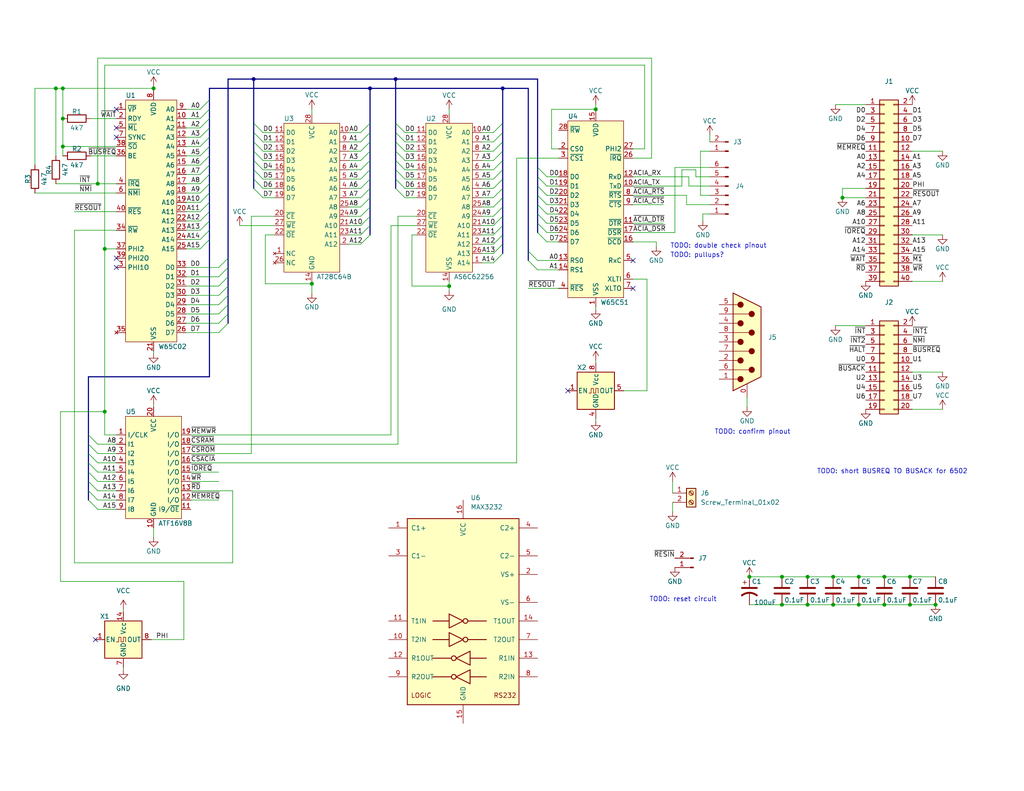
<source format=kicad_sch>
(kicad_sch (version 20211123) (generator eeschema)
  (paper "USLetter")
  (title_block (title "Herring v4") (date "2022-10-18") (rev "1.0a") (company "Herring Computers") (comment 1 "github.com/crmaykish/herring-6502") (comment 2 "Author: Colin Maykish"))
  (junction (at 17.145 32.385))
  (junction (at 227.33 157.48))
  (junction (at 69.215 21.59))
  (junction (at 122.555 78.105))
  (junction (at 107.95 21.59))
  (junction (at 248.285 165.1))
  (junction (at 255.27 165.1))
  (junction (at 229.87 53.975))
  (junction (at 220.345 165.1))
  (junction (at 26.67 50.165))
  (junction (at 17.145 40.005))
  (junction (at 204.47 157.48))
  (junction (at 41.91 24.13))
  (junction (at 15.24 24.13))
  (junction (at 28.575 112.395))
  (junction (at 17.145 24.13))
  (junction (at 28.575 67.945))
  (junction (at 220.345 157.48))
  (junction (at 241.3 165.1))
  (junction (at 100.965 24.13))
  (junction (at 234.315 157.48))
  (junction (at 137.16 24.13))
  (junction (at 162.56 29.845))
  (junction (at 241.3 157.48))
  (junction (at 227.33 165.1))
  (junction (at 234.315 165.1))
  (junction (at 248.285 157.48))
  (junction (at 85.09 77.47))
  (junction (at 213.36 157.48))
  (junction (at 213.36 165.1))
  (no_connect (at 154.94 106.68))
  (no_connect (at 26.035 174.625))
  (no_connect (at -43.18 115.57))
  (no_connect (at 172.72 71.12))
  (no_connect (at 31.75 34.925))
  (no_connect (at 31.75 37.465))
  (no_connect (at 31.75 73.025))
  (no_connect (at 31.75 70.485))
  (no_connect (at 172.72 78.74))
  (no_connect (at 31.75 29.845))
  (bus_entry (at 146.685 50.8) (size 2.54 2.54))
  (bus_entry (at 134.62 48.895) (size 2.54 -2.54))
  (bus_entry (at 69.215 33.655) (size 2.54 2.54))
  (bus_entry (at 98.425 61.595) (size 2.54 -2.54))
  (bus_entry (at 107.95 43.815) (size 2.54 2.54))
  (bus_entry (at 98.425 46.355) (size 2.54 -2.54))
  (bus_entry (at 59.69 85.725) (size 2.54 -2.54))
  (bus_entry (at 134.62 36.195) (size 2.54 -2.54))
  (bus_entry (at 98.425 56.515) (size 2.54 -2.54))
  (bus_entry (at 59.69 73.025) (size 2.54 -2.54))
  (bus_entry (at 69.215 41.275) (size 2.54 2.54))
  (bus_entry (at 146.685 58.42) (size 2.54 2.54))
  (bus_entry (at 146.685 60.96) (size 2.54 2.54))
  (bus_entry (at 134.62 71.755) (size 2.54 -2.54))
  (bus_entry (at 98.425 41.275) (size 2.54 -2.54))
  (bus_entry (at 54.61 45.085) (size 2.54 -2.54))
  (bus_entry (at 144.145 71.12) (size 2.54 2.54))
  (bus_entry (at 144.145 68.58) (size 2.54 2.54))
  (bus_entry (at 24.13 118.745) (size 2.54 2.54))
  (bus_entry (at 54.61 55.245) (size 2.54 -2.54))
  (bus_entry (at 98.425 59.055) (size 2.54 -2.54))
  (bus_entry (at 134.62 59.055) (size 2.54 -2.54))
  (bus_entry (at 54.61 62.865) (size 2.54 -2.54))
  (bus_entry (at 69.215 48.895) (size 2.54 2.54))
  (bus_entry (at 98.425 38.735) (size 2.54 -2.54))
  (bus_entry (at 134.62 64.135) (size 2.54 -2.54))
  (bus_entry (at 69.215 38.735) (size 2.54 2.54))
  (bus_entry (at 59.69 83.185) (size 2.54 -2.54))
  (bus_entry (at 107.95 33.655) (size 2.54 2.54))
  (bus_entry (at 69.215 46.355) (size 2.54 2.54))
  (bus_entry (at 24.13 128.905) (size 2.54 2.54))
  (bus_entry (at 59.69 90.805) (size 2.54 -2.54))
  (bus_entry (at 54.61 57.785) (size 2.54 -2.54))
  (bus_entry (at 69.215 43.815) (size 2.54 2.54))
  (bus_entry (at 134.62 41.275) (size 2.54 -2.54))
  (bus_entry (at 54.61 29.845) (size 2.54 -2.54))
  (bus_entry (at 54.61 42.545) (size 2.54 -2.54))
  (bus_entry (at 54.61 65.405) (size 2.54 -2.54))
  (bus_entry (at 98.425 48.895) (size 2.54 -2.54))
  (bus_entry (at 69.215 36.195) (size 2.54 2.54))
  (bus_entry (at 107.95 36.195) (size 2.54 2.54))
  (bus_entry (at 134.62 43.815) (size 2.54 -2.54))
  (bus_entry (at 59.69 80.645) (size 2.54 -2.54))
  (bus_entry (at 107.95 41.275) (size 2.54 2.54))
  (bus_entry (at 107.95 48.895) (size 2.54 2.54))
  (bus_entry (at 24.13 133.985) (size 2.54 2.54))
  (bus_entry (at 146.685 63.5) (size 2.54 2.54))
  (bus_entry (at 24.13 136.525) (size 2.54 2.54))
  (bus_entry (at 146.685 53.34) (size 2.54 2.54))
  (bus_entry (at 134.62 53.975) (size 2.54 -2.54))
  (bus_entry (at 98.425 43.815) (size 2.54 -2.54))
  (bus_entry (at 134.62 38.735) (size 2.54 -2.54))
  (bus_entry (at 98.425 66.675) (size 2.54 -2.54))
  (bus_entry (at 98.425 53.975) (size 2.54 -2.54))
  (bus_entry (at 134.62 61.595) (size 2.54 -2.54))
  (bus_entry (at 59.69 75.565) (size 2.54 -2.54))
  (bus_entry (at 59.69 88.265) (size 2.54 -2.54))
  (bus_entry (at 24.13 121.285) (size 2.54 2.54))
  (bus_entry (at 107.95 51.435) (size 2.54 2.54))
  (bus_entry (at 54.61 67.945) (size 2.54 -2.54))
  (bus_entry (at 98.425 64.135) (size 2.54 -2.54))
  (bus_entry (at 107.95 46.355) (size 2.54 2.54))
  (bus_entry (at 146.685 48.26) (size 2.54 2.54))
  (bus_entry (at 146.685 45.72) (size 2.54 2.54))
  (bus_entry (at 59.69 78.105) (size 2.54 -2.54))
  (bus_entry (at 54.61 32.385) (size 2.54 -2.54))
  (bus_entry (at 146.685 55.88) (size 2.54 2.54))
  (bus_entry (at 69.215 51.435) (size 2.54 2.54))
  (bus_entry (at 134.62 56.515) (size 2.54 -2.54))
  (bus_entry (at 98.425 36.195) (size 2.54 -2.54))
  (bus_entry (at 54.61 40.005) (size 2.54 -2.54))
  (bus_entry (at 134.62 51.435) (size 2.54 -2.54))
  (bus_entry (at 98.425 51.435) (size 2.54 -2.54))
  (bus_entry (at 107.95 38.735) (size 2.54 2.54))
  (bus_entry (at 134.62 66.675) (size 2.54 -2.54))
  (bus_entry (at 54.61 60.325) (size 2.54 -2.54))
  (bus_entry (at 24.13 126.365) (size 2.54 2.54))
  (bus_entry (at 54.61 37.465) (size 2.54 -2.54))
  (bus_entry (at 54.61 50.165) (size 2.54 -2.54))
  (bus_entry (at 134.62 69.215) (size 2.54 -2.54))
  (bus_entry (at 24.13 123.825) (size 2.54 2.54))
  (bus_entry (at 54.61 52.705) (size 2.54 -2.54))
  (bus_entry (at 24.13 131.445) (size 2.54 2.54))
  (bus_entry (at 54.61 34.925) (size 2.54 -2.54))
  (bus_entry (at 134.62 46.355) (size 2.54 -2.54))
  (bus_entry (at 54.61 47.625) (size 2.54 -2.54))
  (wire (pts (xy 26.67 50.165) (xy 26.67 15.875)))
  (wire (pts (xy 149.225 53.34) (xy 152.4 53.34)))
  (bus (pts (xy 24.13 136.525) (xy 24.13 133.985)))
  (bus (pts (xy 100.965 64.135) (xy 100.965 61.595)))
  (wire (pts (xy 172.72 63.5) (xy 184.15 63.5)))
  (wire (pts (xy 193.675 53.34) (xy 191.135 53.34)))
  (wire (pts (xy 162.56 28.575) (xy 162.56 29.845)))
  (wire (pts (xy 17.145 32.385) (xy 17.145 24.13)))
  (bus (pts (xy 137.16 64.135) (xy 137.16 66.675)))
  (wire (pts (xy 203.835 108.585) (xy 203.835 111.125)))
  (wire (pts (xy 172.72 48.26) (xy 187.96 48.26)))
  (wire (pts (xy 68.58 123.825) (xy 68.58 59.055)))
  (bus (pts (xy 100.965 38.735) (xy 100.965 36.195)))
  (wire (pts (xy 177.8 43.18) (xy 172.72 43.18)))
  (bus (pts (xy 146.685 60.96) (xy 146.685 58.42)))
  (wire (pts (xy 149.225 60.96) (xy 152.4 60.96)))
  (bus (pts (xy 24.13 121.285) (xy 24.13 118.745)))
  (wire (pts (xy 95.25 36.195) (xy 98.425 36.195)))
  (bus (pts (xy 144.145 68.58) (xy 144.145 24.13)))
  (bus (pts (xy 57.15 60.325) (xy 57.15 57.785)))
  (wire (pts (xy 71.755 48.895) (xy 74.93 48.895)))
  (wire (pts (xy 122.555 76.835) (xy 122.555 78.105)))
  (bus (pts (xy 100.965 59.055) (xy 100.965 56.515)))
  (wire (pts (xy 172.72 53.34) (xy 187.325 53.34)))
  (bus (pts (xy 146.685 63.5) (xy 146.685 60.96)))
  (wire (pts (xy 108.585 59.055) (xy 113.665 59.055)))
  (wire (pts (xy 110.49 53.975) (xy 113.665 53.975)))
  (wire (pts (xy 28.575 118.745) (xy 28.575 112.395)))
  (bus (pts (xy 57.15 27.305) (xy 57.15 24.13)))
  (wire (pts (xy 28.575 67.945) (xy 28.575 17.78)))
  (wire (pts (xy 26.67 15.875) (xy 177.8 15.875)))
  (wire (pts (xy 95.25 38.735) (xy 98.425 38.735)))
  (wire (pts (xy 28.575 67.945) (xy 31.75 67.945)))
  (bus (pts (xy 100.965 56.515) (xy 100.965 53.975)))
  (wire (pts (xy 50.8 78.105) (xy 59.69 78.105)))
  (wire (pts (xy 50.8 67.945) (xy 54.61 67.945)))
  (wire (pts (xy 172.72 50.8) (xy 186.055 50.8)))
  (wire (pts (xy 248.92 64.135) (xy 257.175 64.135)))
  (wire (pts (xy 24.765 32.385) (xy 31.75 32.385)))
  (wire (pts (xy 229.87 53.975) (xy 236.22 53.975)))
  (bus (pts (xy 146.685 21.59) (xy 107.95 21.59)))
  (wire (pts (xy -20.32 90.17) (xy -18.415 90.17)))
  (wire (pts (xy 149.225 63.5) (xy 152.4 63.5)))
  (wire (pts (xy 15.24 42.545) (xy 15.24 24.13)))
  (bus (pts (xy 57.15 40.005) (xy 57.15 37.465)))
  (bus (pts (xy 144.145 71.12) (xy 144.145 68.58)))
  (wire (pts (xy 177.8 15.875) (xy 177.8 43.18)))
  (wire (pts (xy 71.755 36.195) (xy 74.93 36.195)))
  (wire (pts (xy 162.56 98.425) (xy 162.56 99.06)))
  (wire (pts (xy 52.07 131.445) (xy 59.69 131.445)))
  (bus (pts (xy 57.15 50.165) (xy 57.15 47.625)))
  (wire (pts (xy 26.67 131.445) (xy 31.75 131.445)))
  (bus (pts (xy 107.95 43.815) (xy 107.95 46.355)))
  (bus (pts (xy 137.16 41.275) (xy 137.16 43.815)))
  (bus (pts (xy 146.685 55.88) (xy 146.685 53.34)))
  (wire (pts (xy 95.25 48.895) (xy 98.425 48.895)))
  (wire (pts (xy 50.165 174.625) (xy 50.165 158.75)))
  (wire (pts (xy 150.495 29.845) (xy 162.56 29.845)))
  (bus (pts (xy 100.965 61.595) (xy 100.965 59.055)))
  (bus (pts (xy 57.15 57.785) (xy 57.15 55.245)))
  (wire (pts (xy 187.96 48.26) (xy 187.96 50.8)))
  (bus (pts (xy 137.16 48.895) (xy 137.16 51.435)))
  (wire (pts (xy 131.445 53.975) (xy 134.62 53.975)))
  (wire (pts (xy 106.68 61.595) (xy 113.665 61.595)))
  (bus (pts (xy 24.13 133.985) (xy 24.13 131.445)))
  (wire (pts (xy 172.72 66.04) (xy 179.07 66.04)))
  (wire (pts (xy 131.445 66.675) (xy 134.62 66.675)))
  (bus (pts (xy 57.15 34.925) (xy 57.15 32.385)))
  (bus (pts (xy 107.95 46.355) (xy 107.95 48.895)))
  (wire (pts (xy 85.09 29.845) (xy 85.09 31.115)))
  (wire (pts (xy 20.32 62.865) (xy 20.32 153.67)))
  (wire (pts (xy 52.07 136.525) (xy 59.69 136.525)))
  (wire (pts (xy 41.91 95.885) (xy 41.91 96.52)))
  (wire (pts (xy 179.07 66.04) (xy 179.07 67.31)))
  (wire (pts (xy 131.445 69.215) (xy 134.62 69.215)))
  (wire (pts (xy 186.055 46.355) (xy 189.865 46.355)))
  (wire (pts (xy 110.49 48.895) (xy 113.665 48.895)))
  (wire (pts (xy 50.8 52.705) (xy 54.61 52.705)))
  (wire (pts (xy 184.15 45.72) (xy 193.675 45.72)))
  (wire (pts (xy 213.36 165.1) (xy 220.345 165.1)))
  (bus (pts (xy 146.685 53.34) (xy 146.685 50.8)))
  (wire (pts (xy 110.49 51.435) (xy 113.665 51.435)))
  (bus (pts (xy 69.215 41.275) (xy 69.215 38.735)))
  (wire (pts (xy 204.47 165.1) (xy 213.36 165.1)))
  (wire (pts (xy 95.25 53.975) (xy 98.425 53.975)))
  (bus (pts (xy 57.15 55.245) (xy 57.15 52.705)))
  (wire (pts (xy 17.145 40.005) (xy 17.145 32.385)))
  (wire (pts (xy 17.145 24.13) (xy 41.91 24.13)))
  (wire (pts (xy 95.25 56.515) (xy 98.425 56.515)))
  (bus (pts (xy 57.15 47.625) (xy 57.15 45.085)))
  (wire (pts (xy 26.67 123.825) (xy 31.75 123.825)))
  (wire (pts (xy 72.39 77.47) (xy 85.09 77.47)))
  (bus (pts (xy 144.145 24.13) (xy 137.16 24.13)))
  (wire (pts (xy 106.68 118.745) (xy 106.68 61.595)))
  (wire (pts (xy 41.91 24.13) (xy 41.91 24.765)))
  (wire (pts (xy 110.49 38.735) (xy 113.665 38.735)))
  (bus (pts (xy 137.16 24.13) (xy 137.16 33.655)))
  (wire (pts (xy 50.8 65.405) (xy 54.61 65.405)))
  (wire (pts (xy 95.25 66.675) (xy 98.425 66.675)))
  (bus (pts (xy 146.685 48.26) (xy 146.685 45.72)))
  (wire (pts (xy 131.445 64.135) (xy 134.62 64.135)))
  (wire (pts (xy 110.49 41.275) (xy 113.665 41.275)))
  (bus (pts (xy 100.965 51.435) (xy 100.965 48.895)))
  (wire (pts (xy 162.56 114.3) (xy 162.56 114.935)))
  (bus (pts (xy 100.965 48.895) (xy 100.965 46.355)))
  (bus (pts (xy 69.215 46.355) (xy 69.215 43.815)))
  (bus (pts (xy 57.15 29.845) (xy 57.15 27.305)))
  (wire (pts (xy -18.415 90.17) (xy -18.415 92.71)))
  (wire (pts (xy 9.525 24.13) (xy 15.24 24.13)))
  (wire (pts (xy 41.91 144.145) (xy 41.91 146.685)))
  (bus (pts (xy 24.13 118.745) (xy 24.13 102.87)))
  (wire (pts (xy 9.525 45.085) (xy 9.525 24.13)))
  (bus (pts (xy 137.16 33.655) (xy 137.16 36.195)))
  (wire (pts (xy 227.965 28.575) (xy 236.22 28.575)))
  (wire (pts (xy 65.405 61.595) (xy 74.93 61.595)))
  (bus (pts (xy 69.215 48.895) (xy 69.215 46.355)))
  (wire (pts (xy 50.8 88.265) (xy 59.69 88.265)))
  (wire (pts (xy 162.56 29.845) (xy 162.56 30.48)))
  (bus (pts (xy 57.15 65.405) (xy 57.15 62.865)))
  (wire (pts (xy -18.415 92.71) (xy -20.32 92.71)))
  (wire (pts (xy 213.36 157.48) (xy 220.345 157.48)))
  (wire (pts (xy 175.895 17.78) (xy 175.895 40.64)))
  (wire (pts (xy 50.8 57.785) (xy 54.61 57.785)))
  (wire (pts (xy 191.135 53.34) (xy 191.135 41.275)))
  (bus (pts (xy 100.965 33.655) (xy 100.965 24.13)))
  (wire (pts (xy 234.315 157.48) (xy 241.3 157.48)))
  (wire (pts (xy 50.8 60.325) (xy 54.61 60.325)))
  (bus (pts (xy 107.95 41.275) (xy 107.95 43.815)))
  (wire (pts (xy 186.055 50.8) (xy 186.055 46.355)))
  (wire (pts (xy 150.495 40.64) (xy 150.495 29.845)))
  (wire (pts (xy 146.685 73.66) (xy 152.4 73.66)))
  (bus (pts (xy 107.95 36.195) (xy 107.95 38.735)))
  (wire (pts (xy 131.445 41.275) (xy 134.62 41.275)))
  (wire (pts (xy 191.77 60.325) (xy 191.77 58.42)))
  (bus (pts (xy 69.215 51.435) (xy 69.215 48.895)))
  (wire (pts (xy 16.51 112.395) (xy 28.575 112.395)))
  (wire (pts (xy 131.445 71.755) (xy 134.62 71.755)))
  (wire (pts (xy 50.8 29.845) (xy 54.61 29.845)))
  (wire (pts (xy 50.8 45.085) (xy 54.61 45.085)))
  (wire (pts (xy 85.09 76.835) (xy 85.09 77.47)))
  (bus (pts (xy 100.965 36.195) (xy 100.965 33.655)))
  (wire (pts (xy 108.585 121.285) (xy 108.585 59.055)))
  (wire (pts (xy 41.91 110.49) (xy 41.91 111.125)))
  (wire (pts (xy 26.67 126.365) (xy 31.75 126.365)))
  (wire (pts (xy 50.8 32.385) (xy 54.61 32.385)))
  (bus (pts (xy 100.965 46.355) (xy 100.965 43.815)))
  (wire (pts (xy 95.25 61.595) (xy 98.425 61.595)))
  (wire (pts (xy 234.315 165.1) (xy 241.3 165.1)))
  (wire (pts (xy 52.07 118.745) (xy 106.68 118.745)))
  (wire (pts (xy 15.24 50.165) (xy 26.67 50.165)))
  (wire (pts (xy 71.755 43.815) (xy 74.93 43.815)))
  (bus (pts (xy 137.16 59.055) (xy 137.16 61.595)))
  (wire (pts (xy 227.33 165.1) (xy 234.315 165.1)))
  (wire (pts (xy 220.345 165.1) (xy 227.33 165.1)))
  (bus (pts (xy 62.23 21.59) (xy 69.215 21.59)))
  (wire (pts (xy 131.445 51.435) (xy 134.62 51.435)))
  (wire (pts (xy 189.865 46.355) (xy 189.865 48.26)))
  (wire (pts (xy 71.755 53.975) (xy 74.93 53.975)))
  (wire (pts (xy 50.8 90.805) (xy 59.69 90.805)))
  (wire (pts (xy 183.515 131.445) (xy 183.515 134.62)))
  (wire (pts (xy 85.09 77.47) (xy 85.09 80.137)))
  (bus (pts (xy 137.16 56.515) (xy 137.16 59.055)))
  (wire (pts (xy 149.225 48.26) (xy 152.4 48.26)))
  (wire (pts (xy 227.33 157.48) (xy 234.315 157.48)))
  (wire (pts (xy 248.92 101.6) (xy 257.175 101.6)))
  (bus (pts (xy 24.13 102.87) (xy 57.15 102.87)))
  (wire (pts (xy 110.49 46.355) (xy 113.665 46.355)))
  (wire (pts (xy 50.8 47.625) (xy 54.61 47.625)))
  (wire (pts (xy 50.8 42.545) (xy 54.61 42.545)))
  (wire (pts (xy 112.395 78.105) (xy 122.555 78.105)))
  (wire (pts (xy 227.965 88.9) (xy 236.22 88.9)))
  (wire (pts (xy 140.97 126.365) (xy 140.97 43.18)))
  (bus (pts (xy 62.23 88.265) (xy 62.23 85.725)))
  (bus (pts (xy 137.16 36.195) (xy 137.16 38.735)))
  (wire (pts (xy 131.445 56.515) (xy 134.62 56.515)))
  (bus (pts (xy 57.15 102.87) (xy 57.15 65.405)))
  (wire (pts (xy 140.97 43.18) (xy 152.4 43.18)))
  (wire (pts (xy 20.32 153.67) (xy 63.5 153.67)))
  (wire (pts (xy 50.8 37.465) (xy 54.61 37.465)))
  (wire (pts (xy 176.53 76.2) (xy 172.72 76.2)))
  (wire (pts (xy 52.07 126.365) (xy 140.97 126.365)))
  (bus (pts (xy 137.16 66.675) (xy 137.16 69.215)))
  (wire (pts (xy 71.755 38.735) (xy 74.93 38.735)))
  (wire (pts (xy 33.655 182.245) (xy 33.655 182.88)))
  (wire (pts (xy 149.225 58.42) (xy 152.4 58.42)))
  (bus (pts (xy 107.95 33.655) (xy 107.95 36.195)))
  (wire (pts (xy 95.25 64.135) (xy 98.425 64.135)))
  (bus (pts (xy 62.23 83.185) (xy 62.23 80.645)))
  (bus (pts (xy 137.16 46.355) (xy 137.16 48.895)))
  (wire (pts (xy 95.25 41.275) (xy 98.425 41.275)))
  (wire (pts (xy 131.445 61.595) (xy 134.62 61.595)))
  (wire (pts (xy 248.285 157.48) (xy 255.27 157.48)))
  (wire (pts (xy 9.525 52.705) (xy 31.75 52.705)))
  (wire (pts (xy 63.5 153.67) (xy 63.5 133.985)))
  (wire (pts (xy 131.445 36.195) (xy 134.62 36.195)))
  (wire (pts (xy 146.685 71.12) (xy 152.4 71.12)))
  (bus (pts (xy 137.16 53.975) (xy 137.16 56.515)))
  (wire (pts (xy 131.445 59.055) (xy 134.62 59.055)))
  (bus (pts (xy 62.23 85.725) (xy 62.23 83.185)))
  (wire (pts (xy 50.8 55.245) (xy 54.61 55.245)))
  (wire (pts (xy 71.755 46.355) (xy 74.93 46.355)))
  (wire (pts (xy 50.8 85.725) (xy 59.69 85.725)))
  (bus (pts (xy 62.23 75.565) (xy 62.23 73.025)))
  (wire (pts (xy 122.555 78.105) (xy 122.555 79.375)))
  (bus (pts (xy 69.215 21.59) (xy 107.95 21.59)))
  (wire (pts (xy 122.555 29.845) (xy 122.555 31.115)))
  (wire (pts (xy 184.15 63.5) (xy 184.15 45.72)))
  (wire (pts (xy 204.47 157.48) (xy 213.36 157.48)))
  (wire (pts (xy 74.93 64.135) (xy 72.39 64.135)))
  (wire (pts (xy 149.225 66.04) (xy 152.4 66.04)))
  (wire (pts (xy 28.575 17.78) (xy 175.895 17.78)))
  (wire (pts (xy 50.8 75.565) (xy 59.69 75.565)))
  (wire (pts (xy 26.67 133.985) (xy 31.75 133.985)))
  (bus (pts (xy 57.15 62.865) (xy 57.15 60.325)))
  (bus (pts (xy 146.685 58.42) (xy 146.685 55.88)))
  (wire (pts (xy 189.865 48.26) (xy 193.675 48.26)))
  (wire (pts (xy 131.445 38.735) (xy 134.62 38.735)))
  (wire (pts (xy 236.22 51.435) (xy 229.87 51.435)))
  (wire (pts (xy 113.665 64.135) (xy 112.395 64.135)))
  (bus (pts (xy 100.965 43.815) (xy 100.965 41.275)))
  (wire (pts (xy 170.18 106.68) (xy 176.53 106.68)))
  (bus (pts (xy 69.215 43.815) (xy 69.215 41.275)))
  (wire (pts (xy 95.25 59.055) (xy 98.425 59.055)))
  (bus (pts (xy 69.215 33.655) (xy 69.215 21.59)))
  (wire (pts (xy 172.72 55.88) (xy 180.975 55.88)))
  (wire (pts (xy 20.32 62.865) (xy 31.75 62.865)))
  (wire (pts (xy 50.8 62.865) (xy 54.61 62.865)))
  (wire (pts (xy 50.8 50.165) (xy 54.61 50.165)))
  (wire (pts (xy 110.49 43.815) (xy 113.665 43.815)))
  (wire (pts (xy 26.67 139.065) (xy 31.75 139.065)))
  (wire (pts (xy 187.325 53.34) (xy 187.325 55.88)))
  (wire (pts (xy 131.445 48.895) (xy 134.62 48.895)))
  (wire (pts (xy 187.96 50.8) (xy 193.675 50.8)))
  (wire (pts (xy 176.53 106.68) (xy 176.53 76.2)))
  (wire (pts (xy 50.8 80.645) (xy 59.69 80.645)))
  (wire (pts (xy 95.25 51.435) (xy 98.425 51.435)))
  (bus (pts (xy 57.15 42.545) (xy 57.15 40.005)))
  (wire (pts (xy 41.275 174.625) (xy 50.165 174.625)))
  (bus (pts (xy 24.13 128.905) (xy 24.13 126.365)))
  (wire (pts (xy 68.58 59.055) (xy 74.93 59.055)))
  (bus (pts (xy 146.685 45.72) (xy 146.685 21.59)))
  (wire (pts (xy 50.165 158.75) (xy 16.51 158.75)))
  (wire (pts (xy 24.765 42.545) (xy 31.75 42.545)))
  (wire (pts (xy 71.755 51.435) (xy 74.93 51.435)))
  (wire (pts (xy 26.67 128.905) (xy 31.75 128.905)))
  (bus (pts (xy 57.15 52.705) (xy 57.15 50.165)))
  (bus (pts (xy 24.13 123.825) (xy 24.13 121.285)))
  (wire (pts (xy 17.145 40.005) (xy 17.145 42.545)))
  (bus (pts (xy 137.16 38.735) (xy 137.16 41.275)))
  (wire (pts (xy 248.92 76.835) (xy 257.175 76.835)))
  (bus (pts (xy 62.23 78.105) (xy 62.23 75.565)))
  (wire (pts (xy 31.75 50.165) (xy 26.67 50.165)))
  (wire (pts (xy 220.345 157.48) (xy 227.33 157.48)))
  (wire (pts (xy 52.07 128.905) (xy 59.69 128.905)))
  (wire (pts (xy 248.92 41.275) (xy 257.175 41.275)))
  (wire (pts (xy 248.92 111.76) (xy 257.175 111.76)))
  (wire (pts (xy 191.135 41.275) (xy 193.675 41.275)))
  (bus (pts (xy 107.95 38.735) (xy 107.95 41.275)))
  (bus (pts (xy 24.13 126.365) (xy 24.13 123.825)))
  (bus (pts (xy 57.15 45.085) (xy 57.15 42.545)))
  (wire (pts (xy 241.3 157.48) (xy 248.285 157.48)))
  (wire (pts (xy 52.07 133.985) (xy 63.5 133.985)))
  (wire (pts (xy 172.72 60.96) (xy 180.975 60.96)))
  (wire (pts (xy 50.8 40.005) (xy 54.61 40.005)))
  (wire (pts (xy 144.145 78.74) (xy 152.4 78.74)))
  (wire (pts (xy 112.395 64.135) (xy 112.395 78.105)))
  (wire (pts (xy 52.07 121.285) (xy 108.585 121.285)))
  (wire (pts (xy 162.56 83.82) (xy 162.56 84.455)))
  (wire (pts (xy 149.225 50.8) (xy 152.4 50.8)))
  (wire (pts (xy 50.8 83.185) (xy 59.69 83.185)))
  (wire (pts (xy 95.25 46.355) (xy 98.425 46.355)))
  (wire (pts (xy 52.07 123.825) (xy 68.58 123.825)))
  (bus (pts (xy 24.13 131.445) (xy 24.13 128.905)))
  (bus (pts (xy 100.965 41.275) (xy 100.965 38.735)))
  (wire (pts (xy 149.225 55.88) (xy 152.4 55.88)))
  (bus (pts (xy 57.15 37.465) (xy 57.15 34.925)))
  (wire (pts (xy 50.8 73.025) (xy 59.69 73.025)))
  (wire (pts (xy 175.895 40.64) (xy 172.72 40.64)))
  (bus (pts (xy 137.16 51.435) (xy 137.16 53.975)))
  (bus (pts (xy 137.16 43.815) (xy 137.16 46.355)))
  (wire (pts (xy 248.285 165.1) (xy 255.27 165.1)))
  (wire (pts (xy 183.515 137.16) (xy 183.515 139.7)))
  (bus (pts (xy 62.23 73.025) (xy 62.23 70.485)))
  (wire (pts (xy 229.87 51.435) (xy 229.87 53.975)))
  (bus (pts (xy 62.23 70.485) (xy 62.23 21.59)))
  (wire (pts (xy 193.675 36.83) (xy 193.675 38.735)))
  (wire (pts (xy 26.67 136.525) (xy 31.75 136.525)))
  (wire (pts (xy 16.51 158.75) (xy 16.51 112.395)))
  (bus (pts (xy 62.23 80.645) (xy 62.23 78.105)))
  (wire (pts (xy 241.3 165.1) (xy 248.285 165.1)))
  (wire (pts (xy 50.8 34.925) (xy 54.61 34.925)))
  (wire (pts (xy 20.32 57.785) (xy 31.75 57.785)))
  (wire (pts (xy 152.4 40.64) (xy 150.495 40.64)))
  (bus (pts (xy 100.965 24.13) (xy 137.16 24.13)))
  (wire (pts (xy 26.67 121.285) (xy 31.75 121.285)))
  (wire (pts (xy 31.75 118.745) (xy 28.575 118.745)))
  (wire (pts (xy 31.75 40.005) (xy 17.145 40.005)))
  (wire (pts (xy 191.77 58.42) (xy 193.675 58.42)))
  (bus (pts (xy 57.15 24.13) (xy 100.965 24.13)))
  (bus (pts (xy 69.215 38.735) (xy 69.215 36.195)))
  (wire (pts (xy 187.325 55.88) (xy 193.675 55.88)))
  (bus (pts (xy 69.215 36.195) (xy 69.215 33.655)))
  (wire (pts (xy 110.49 36.195) (xy 113.665 36.195)))
  (wire (pts (xy 41.91 23.495) (xy 41.91 24.13)))
  (bus (pts (xy 146.685 50.8) (xy 146.685 48.26)))
  (bus (pts (xy 107.95 21.59) (xy 107.95 33.655)))
  (bus (pts (xy 137.16 61.595) (xy 137.16 64.135)))
  (bus (pts (xy 107.95 48.895) (xy 107.95 51.435)))
  (bus (pts (xy 100.965 53.975) (xy 100.965 51.435)))
  (wire (pts (xy 131.445 43.815) (xy 134.62 43.815)))
  (wire (pts (xy 131.445 46.355) (xy 134.62 46.355)))
  (wire (pts (xy 33.655 166.37) (xy 33.655 167.005)))
  (wire (pts (xy 72.39 64.135) (xy 72.39 77.47)))
  (wire (pts (xy 95.25 43.815) (xy 98.425 43.815)))
  (wire (pts (xy 28.575 112.395) (xy 28.575 67.945)))
  (wire (pts (xy 71.755 41.275) (xy 74.93 41.275)))
  (bus (pts (xy 57.15 32.385) (xy 57.15 29.845)))
  (wire (pts (xy 15.24 24.13) (xy 17.145 24.13)))
  (text "TODO: pullups?" (at 182.88 70.485 0) (effects (font (size 1.27 1.27)) (justify left bottom)))
  (text "TODO: confirm pinout\n" (at 194.945 118.745 0) (effects (font (size 1.27 1.27)) (justify left bottom)))
  (text "TODO: short BUSREQ TO BUSACK for 6502\n" (at 222.885 129.54 0) (effects (font (size 1.27 1.27)) (justify left bottom)))
  (text "TODO: double check pinout" (at 182.88 67.945 0) (effects (font (size 1.27 1.27)) (justify left bottom)))
  (text "TODO: reset circuit\n" (at 177.165 164.465 0) (effects (font (size 1.27 1.27)) (justify left bottom)))
  (label "A10" (at 95.25 61.595 0))
  (label "D5" (at 54.61 85.725 180))
  (label "~{WR}" (at 248.92 74.295 0))
  (label "D4" (at 236.22 36.195 180))
  (label "PHI" (at 42.545 174.625 0))
  (label "A2" (at 236.22 46.355 180))
  (label "A5" (at 54.61 42.545 180))
  (label "~{IOREQ}" (at 52.07 128.905 0))
  (label "A9" (at 54.61 52.705 180))
  (label "A10" (at 236.22 61.595 180))
  (label "A1" (at 248.92 43.815 0))
  (label "A0" (at 95.25 36.195 0))
  (label "A9" (at 31.75 123.825 180))
  (label "D7" (at 110.49 53.975 0))
  (label "~{BUSREQ}" (at 31.75 42.545 180))
  (label "A1" (at 131.445 38.735 0))
  (label "~{NMI}" (at 248.92 93.98 0))
  (label "~{BUSREQ}" (at 248.92 96.52 0))
  (label "D4" (at 110.49 46.355 0))
  (label "D5" (at 110.49 48.895 0))
  (label "A8" (at 236.22 59.055 180))
  (label "D0" (at 54.61 73.025 180))
  (label "D6" (at 149.86 63.5 0))
  (label "~{ACIA_CTS}" (at 172.72 55.88 0))
  (label "PHI" (at 248.92 51.435 0))
  (label "~{WAIT}" (at 236.22 71.755 180))
  (label "A0" (at 54.61 29.845 180))
  (label "D3" (at 71.755 43.815 0))
  (label "U2" (at 236.22 104.14 180))
  (label "A14" (at 54.61 65.405 180))
  (label "~{INT1}" (at 248.92 91.44 0))
  (label "~{ACIA_DTR}" (at 172.72 60.96 0))
  (label "A12" (at 236.22 66.675 180))
  (label "ACIA_TX" (at 172.72 50.8 0))
  (label "~{RD}" (at 236.22 74.295 180))
  (label "~{CSACIA}" (at 52.07 126.365 0))
  (label "A11" (at 248.92 61.595 0))
  (label "D5" (at 71.755 48.895 0))
  (label "~{INT}" (at 236.22 91.44 180))
  (label "A8" (at 131.445 56.515 0))
  (label "A14" (at 31.75 136.525 180))
  (label "A7" (at 95.25 53.975 0))
  (label "A13" (at 54.61 62.865 180))
  (label "A5" (at 95.25 48.895 0))
  (label "A1" (at 149.86 73.66 0))
  (label "D4" (at 149.86 58.42 0))
  (label "A7" (at 54.61 47.625 180))
  (label "~{INT}" (at 21.59 50.165 0))
  (label "D2" (at 236.22 33.655 180))
  (label "~{WR}" (at 52.07 131.445 0))
  (label "A9" (at 95.25 59.055 0))
  (label "A15" (at 248.92 69.215 0))
  (label "~{RESOUT}" (at 248.92 53.975 0))
  (label "A0" (at 236.22 43.815 180))
  (label "~{CSRAM}" (at 52.07 121.285 0))
  (label "A6" (at 236.22 56.515 180))
  (label "U0" (at 236.22 99.06 180))
  (label "A0" (at 131.445 36.195 0))
  (label "U7" (at 248.92 109.22 0))
  (label "~{MEMWR}" (at 52.07 118.745 0))
  (label "A5" (at 131.445 48.895 0))
  (label "A10" (at 31.75 126.365 180))
  (label "A15" (at 31.75 139.065 180))
  (label "D1" (at 54.61 75.565 180))
  (label "D1" (at 71.755 38.735 0))
  (label "A4" (at 54.61 40.005 180))
  (label "ACIA_RX" (at 172.72 48.26 0))
  (label "~{ACIA_DSR}" (at 172.72 63.5 0))
  (label "A13" (at 248.92 66.675 0))
  (label "A14" (at 236.22 69.215 180))
  (label "D1" (at 149.86 50.8 0))
  (label "A4" (at 95.25 46.355 0))
  (label "D6" (at 71.755 51.435 0))
  (label "A12" (at 131.445 66.675 0))
  (label "A12" (at 31.75 131.445 180))
  (label "D0" (at 149.86 48.26 0))
  (label "A4" (at 131.445 46.355 0))
  (label "D6" (at 236.22 38.735 180))
  (label "~{WAIT}" (at 31.75 32.385 180))
  (label "A3" (at 54.61 37.465 180))
  (label "~{RESOUT}" (at 20.32 57.785 0))
  (label "A8" (at 95.25 56.515 0))
  (label "A5" (at 248.92 48.895 0))
  (label "A1" (at 54.61 32.385 180))
  (label "D3" (at 110.49 43.815 0))
  (label "~{MEMREQ}" (at 52.07 136.525 0))
  (label "A6" (at 131.445 51.435 0))
  (label "A6" (at 95.25 51.435 0))
  (label "A12" (at 54.61 60.325 180))
  (label "A8" (at 54.61 50.165 180))
  (label "A3" (at 131.445 43.815 0))
  (label "A11" (at 95.25 64.135 0))
  (label "D1" (at 110.49 38.735 0))
  (label "D7" (at 71.755 53.975 0))
  (label "A13" (at 131.445 69.215 0))
  (label "A7" (at 248.92 56.515 0))
  (label "~{NMI}" (at 21.59 52.705 0))
  (label "U4" (at 236.22 106.68 180))
  (label "D7" (at 149.86 66.04 0))
  (label "A7" (at 131.445 53.975 0))
  (label "D2" (at 71.755 41.275 0))
  (label "A0" (at 149.86 71.12 0))
  (label "~{BUSACK}" (at 236.22 101.6 180))
  (label "A6" (at 54.61 45.085 180))
  (label "A2" (at 95.25 41.275 0))
  (label "~{RESIN}" (at 184.15 152.4 180))
  (label "D0" (at 110.49 36.195 0))
  (label "D2" (at 110.49 41.275 0))
  (label "D7" (at 248.92 38.735 0))
  (label "D3" (at 54.61 80.645 180))
  (label "A2" (at 131.445 41.275 0))
  (label "D3" (at 248.92 33.655 0))
  (label "~{HALT}" (at 236.22 96.52 180))
  (label "A15" (at 54.61 67.945 180))
  (label "A1" (at 95.25 38.735 0))
  (label "A10" (at 131.445 61.595 0))
  (label "D0" (at 236.22 31.115 180))
  (label "A4" (at 236.22 48.895 180))
  (label "U1" (at 248.92 99.06 0))
  (label "D3" (at 149.86 55.88 0))
  (label "D1" (at 248.92 31.115 0))
  (label "A8" (at 31.75 121.285 180))
  (label "D4" (at 71.755 46.355 0))
  (label "A12" (at 95.25 66.675 0))
  (label "~{RESOUT}" (at 144.145 78.74 0))
  (label "~{ACIA_RTS}" (at 172.72 53.34 0))
  (label "D0" (at 71.755 36.195 0))
  (label "A11" (at 131.445 64.135 0))
  (label "U5" (at 248.92 106.68 0))
  (label "D2" (at 149.86 53.34 0))
  (label "A10" (at 54.61 55.245 180))
  (label "A2" (at 54.61 34.925 180))
  (label "D6" (at 54.61 88.265 180))
  (label "D4" (at 54.61 83.185 180))
  (label "A9" (at 248.92 59.055 0))
  (label "U3" (at 248.92 104.14 0))
  (label "A3" (at 248.92 46.355 0))
  (label "D5" (at 149.86 60.96 0))
  (label "D5" (at 248.92 36.195 0))
  (label "D2" (at 54.61 78.105 180))
  (label "D7" (at 54.61 90.805 180))
  (label "~{RD}" (at 52.07 133.985 0))
  (label "A9" (at 131.445 59.055 0))
  (label "~{MEMREQ}" (at 236.22 41.275 180))
  (label "A14" (at 131.445 71.755 0))
  (label "D6" (at 110.49 51.435 0))
  (label "A11" (at 31.75 128.905 180))
  (label "U6" (at 236.22 109.22 180))
  (label "~{IOREQ}" (at 236.22 64.135 180))
  (label "A11" (at 54.61 57.785 180))
  (label "A13" (at 31.75 133.985 180))
  (label "A3" (at 95.25 43.815 0))
  (label "~{INT2}" (at 236.22 93.98 180))
  (label "~{M1}" (at 248.92 71.755 0))
  (label "~{CSROM}" (at 52.07 123.825 0))
  (symbol (lib_id "power:GND") (at 255.27 165.1 0) (unit 1)
    (property "Reference" "#PWR0102" (effects hide))
    (property "Value" "GND" (at 255.27 168.91 0))
  )
  (symbol (lib_id "power:VCC") (at 204.47 157.48 0) (unit 1)
    (property "Reference" "#PWR0103" (effects hide))
    (property "Value" "VCC" (at 204.47 153.67 0))
  )
  (symbol (lib_id "power:GND") (at 227.965 88.9 0) (unit 1)
    (property "Reference" "#PWR0118" (effects hide))
    (property "Value" "GND" (at 227.965 92.71 0))
  )
  (symbol (lib_id "Device:R") (at 20.955 32.385 90) (unit 1)
    (property "Reference" "R1" (at 20.955 30.48 90))
    (property "Value" "4k7" (at 20.955 34.925 90))
    (property "Footprint" "Resistor_THT:R_Axial_DIN0207_L6.3mm_D2.5mm_P10.16mm_Horizontal" (effects hide))
  )
  (symbol (lib_id "Device:R") (at 9.525 48.895 180) (unit 1)
    (property "Reference" "R3" (at 7.62 48.895 90))
    (property "Value" "4k7" (at 12.065 48.895 90))
    (property "Footprint" "Resistor_THT:R_Axial_DIN0207_L6.3mm_D2.5mm_P10.16mm_Horizontal" (effects hide))
  )
  (symbol (lib_id "power:GND") (at 122.555 79.375 0) (unit 1)
    (property "Reference" "#PWR06" (effects hide))
    (property "Value" "GND" (at 122.555 84.455 0))
  )
  (symbol (lib_id "Connector:Conn_01x02_Male") (at 198.755 41.275 180) (unit 1)
    (property "Reference" "J3" (at 200.025 38.7349 0) (effects (justify right)))
    (property "Value" "Conn_01x02_Male" (effects hide))
    (property "Footprint" "Connector_PinHeader_2.54mm:PinHeader_1x02_P2.54mm_Vertical" (effects hide))
  )
  (symbol (lib_id "power:VCC") (at 193.675 36.83 0) (unit 1)
    (property "Reference" "#PWR0105" (effects hide))
    (property "Value" "VCC" (at 193.675 33.02 0))
  )
  (symbol (lib_id "Oscillator:CXO_DIP8") (at 162.56 106.68 0) (unit 1)
    (property "Reference" "X2" (at 158.75 100.33 0))
    (property "Value" "CXO_DIP8" (effects hide))
    (property "Footprint" "Oscillator:Oscillator_DIP-8" (effects hide))
    (property "Datasheet" "http://cdn-reichelt.de/documents/datenblatt/B400/OSZI.pdf" (effects hide))
  )
  (symbol (lib_id "power:GND") (at 257.175 41.275 0) (unit 1)
    (property "Reference" "#PWR0111" (effects hide))
    (property "Value" "GND" (at 257.175 45.085 0))
  )
  (symbol (lib_id "power:VCC") (at 162.56 28.575 0) (unit 1)
    (property "Reference" "#PWR09" (effects hide))
    (property "Value" "VCC" (at 162.56 24.765 0))
  )
  (symbol (lib_id "Device:R") (at 15.24 46.355 180) (unit 1)
    (property "Reference" "R4" (at 13.335 46.355 90))
    (property "Value" "4k7" (at 17.78 46.355 90))
    (property "Footprint" "Resistor_THT:R_Axial_DIN0207_L6.3mm_D2.5mm_P10.16mm_Horizontal" (effects hide))
  )
  (symbol (lib_id "power:VCC") (at 85.09 29.845 0) (unit 1)
    (property "Reference" "#PWR07" (effects hide))
    (property "Value" "VCC" (at 85.09 25.908 0))
  )
  (symbol (lib_id "Device:C") (at 248.285 161.29 0) (unit 1)
    (property "Reference" "C7" (at 248.92 158.75 0) (effects (justify left)))
    (property "Value" "0.1uF" (at 248.92 163.83 0) (effects (justify left)))
    (property "Footprint" "Capacitor_THT:C_Disc_D5.0mm_W2.5mm_P5.00mm" (effects hide))
  )
  (symbol (lib_id "power:GND") (at 229.87 53.975 0) (unit 1)
    (property "Reference" "#PWR0115" (effects hide))
    (property "Value" "GND" (at 229.87 57.785 0))
  )
  (symbol (lib_id "Device:C") (at 241.3 161.29 0) (unit 1)
    (property "Reference" "C6" (at 241.935 158.75 0) (effects (justify left)))
    (property "Value" "0.1uF" (at 241.935 163.83 0) (effects (justify left)))
    (property "Footprint" "Capacitor_THT:C_Disc_D5.0mm_W2.5mm_P5.00mm" (effects hide))
  )
  (symbol (lib_id "power:GND") (at 236.22 76.835 0) (unit 1)
    (property "Reference" "#PWR0116" (effects hide))
    (property "Value" "GND" (at 236.22 80.645 0))
  )
  (symbol (lib_id "herring:ATF16V8B") (at 41.91 128.905 0) (unit 1)
    (property "Reference" "U5" (at 34.29 112.395 0) (effects (justify left)))
    (property "Value" "ATF16V8B" (at 43.18 142.875 0) (effects (justify left)))
    (property "Footprint" "Package_DIP:DIP-20_W7.62mm_Socket" (effects hide))
  )
  (symbol (lib_id "power:VCC") (at 41.91 23.495 0) (unit 1)
    (property "Reference" "#PWR01" (effects hide))
    (property "Value" "VCC" (at 41.91 19.685 0))
  )
  (symbol (lib_id "power:GND") (at 33.655 182.88 0) (unit 1)
    (property "Reference" "#PWR04" (effects hide))
    (property "Value" "GND" (at 33.655 187.96 0))
  )
  (symbol (lib_id "Connector:Conn_01x06_Male") (at 198.755 53.34 180) (unit 1)
    (property "Reference" "J4" (at 200.66 50.7999 0) (effects (justify right)))
    (property "Value" "Conn_01x06_Male" (effects hide))
    (property "Footprint" "Connector_PinHeader_2.54mm:PinHeader_1x06_P2.54mm_Vertical" (effects hide))
  )
  (symbol (lib_id "power:GND") (at 184.15 154.94 0) (unit 1)
    (property "Reference" "#PWR0117" (effects hide))
    (property "Value" "GND" (at 184.15 158.75 0))
  )
  (symbol (lib_id "Connector:DB9_Male_MountingHoles") (at 203.835 93.345 0) (unit 1)
    (property "Reference" "J5" (at 209.55 92.0749 0) (effects (justify left)))
    (property "Value" "DB9_Male_MountingHoles" (effects hide))
    (property "Footprint" "Connector_Dsub:DSUB-9_Male_Horizontal_P2.77x2.84mm_EdgePinOffset7.70mm_Housed_MountingHolesOffset9.12mm" (effects hide))
    (property "Datasheet" " ~" (effects hide))
  )
  (symbol (lib_id "power:GND") (at 191.77 60.325 0) (unit 1)
    (property "Reference" "#PWR0106" (effects hide))
    (property "Value" "GND" (at 191.77 64.135 0))
  )
  (symbol (lib_id "Connector:Conn_01x02_Male") (at 189.23 154.94 180) (unit 1)
    (property "Reference" "J7" (at 190.5 152.3999 0) (effects (justify right)))
    (property "Value" "Conn_01x02_Male" (effects hide))
    (property "Footprint" "Connector_PinHeader_2.54mm:PinHeader_1x02_P2.54mm_Vertical" (effects hide))
  )
  (symbol (lib_id "Connector_Generic:Conn_02x20_Odd_Even") (at 241.3 51.435 0) (unit 1)
    (property "Reference" "J1" (at 242.57 22.225 0))
    (property "Value" "Conn_02x20_Odd_Even" (effects hide))
    (property "Footprint" "Connector_PinSocket_2.54mm:PinSocket_2x21_P2.54mm_Horizontal" (effects hide))
  )
  (symbol (lib_id "Device:C") (at 255.27 161.29 0) (unit 1)
    (property "Reference" "C8" (at 255.905 158.75 0) (effects (justify left)))
    (property "Value" "0.1uF" (at 255.905 163.83 0) (effects (justify left)))
    (property "Footprint" "Capacitor_THT:C_Disc_D5.0mm_W2.5mm_P5.00mm" (effects hide))
  )
  (symbol (lib_id "Device:C") (at 213.36 161.29 0) (unit 1)
    (property "Reference" "C2" (at 213.995 158.75 0) (effects (justify left)))
    (property "Value" "0.1uF" (at 213.995 163.83 0) (effects (justify left)))
    (property "Footprint" "Capacitor_THT:C_Disc_D5.0mm_W2.5mm_P5.00mm" (effects hide))
  )
  (symbol (lib_id "power:VCC") (at 162.56 98.425 0) (unit 1)
    (property "Reference" "#PWR011" (effects hide))
    (property "Value" "VCC" (at 162.56 94.615 0))
  )
  (symbol (lib_id "Device:C") (at 234.315 161.29 0) (unit 1)
    (property "Reference" "C5" (at 234.95 158.75 0) (effects (justify left)))
    (property "Value" "0.1uF" (at 234.95 163.83 0) (effects (justify left)))
    (property "Footprint" "Capacitor_THT:C_Disc_D5.0mm_W2.5mm_P5.00mm" (effects hide))
  )
  (symbol (lib_id "herring:16C550") (at -31.75 81.28 0) (unit 1)
    (property "Reference" "U7" (at -29.7306 39.37 0) (effects (justify left)))
    (property "Value" "16C550" (at -29.7306 41.91 0) (effects (justify left)))
    (property "Footprint" "Package_LCC:PLCC-44_THT-Socket" (effects hide))
  )
  (symbol (lib_id "power:GND") (at 203.835 111.125 0) (unit 1)
    (property "Reference" "#PWR0109" (effects hide))
    (property "Value" "GND" (at 203.835 114.935 0))
  )
  (symbol (lib_id "power:VCC") (at 248.92 28.575 0) (unit 1)
    (property "Reference" "#PWR0114" (effects hide))
    (property "Value" "VCC" (at 248.92 24.765 0))
  )
  (symbol (lib_id "power:VCC") (at 257.175 111.76 0) (unit 1)
    (property "Reference" "#PWR0120" (effects hide))
    (property "Value" "VCC" (at 257.175 107.95 0))
  )
  (symbol (lib_id "Connector_Generic:Conn_02x10_Odd_Even") (at 241.3 99.06 0) (unit 1)
    (property "Reference" "J2" (at 242.57 82.55 0))
    (property "Value" "Conn_02x10_Odd_Even" (effects hide))
    (property "Footprint" "Connector_PinSocket_2.54mm:PinSocket_2x10_P2.54mm_Horizontal" (effects hide))
  )
  (symbol (lib_id "herring:AS6C62256") (at 122.555 46.355 0) (unit 1)
    (property "Reference" "U2" (at 116.205 32.385 0) (effects (justify left)))
    (property "Value" "AS6C62256" (at 123.825 75.565 0) (effects (justify left)))
    (property "Footprint" "Package_DIP:DIP-28_W15.24mm_Socket" (effects hide))
  )
  (symbol (lib_id "power:GND") (at 236.22 111.76 0) (unit 1)
    (property "Reference" "#PWR0122" (effects hide))
    (property "Value" "GND" (at 236.22 115.57 0))
  )
  (symbol (lib_id "power:GND") (at 85.09 80.137 0) (unit 1)
    (property "Reference" "#PWR08" (effects hide))
    (property "Value" "GND" (at 85.09 83.82 0))
  )
  (symbol (lib_id "power:GND") (at 257.175 64.135 0) (unit 1)
    (property "Reference" "#PWR0112" (effects hide))
    (property "Value" "GND" (at 257.175 67.945 0))
  )
  (symbol (lib_id "power:VCC") (at 41.91 110.49 0) (unit 1)
    (property "Reference" "#PWR013" (effects hide))
    (property "Value" "VCC" (at 41.91 106.68 0))
  )
  (symbol (lib_id "herring:W65C02") (at 41.91 59.055 0) (unit 1)
    (property "Reference" "U1" (at 34.29 26.035 0) (effects (justify left)))
    (property "Value" "W65C02" (at 43.18 94.615 0) (effects (justify left)))
    (property "Footprint" "Package_DIP:DIP-40_W15.24mm_Socket" (effects hide))
  )
  (symbol (lib_id "Connector:Screw_Terminal_01x02") (at 188.595 134.62 0) (unit 1)
    (property "Reference" "J6" (at 191.135 134.6199 0) (effects (justify left)))
    (property "Value" "Screw_Terminal_01x02" (at 191.135 137.1599 0) (effects (justify left)))
    (property "Footprint" "TerminalBlock:TerminalBlock_bornier-2_P5.08mm" (effects hide))
  )
  (symbol (lib_id "power:VCC") (at 183.515 131.445 0) (unit 1)
    (property "Reference" "#PWR0107" (effects hide))
    (property "Value" "VCC" (at 183.515 127.635 0))
  )
  (symbol (lib_id "herring:AT28C64B") (at 85.09 51.435 0) (unit 1)
    (property "Reference" "U3" (at 77.47 32.385 0) (effects (justify left)))
    (property "Value" "AT28C64B" (at 86.36 75.565 0) (effects (justify left)))
    (property "Footprint" "Package_DIP:DIP-28_W15.24mm_Socket" (effects hide))
  )
  (symbol (lib_id "Oscillator:CXO_DIP14") (at 33.655 174.625 0) (unit 1)
    (property "Reference" "X1" (at 28.575 168.275 0))
    (property "Value" "CXO_DIP14" (effects hide))
    (property "Footprint" "Oscillator:Oscillator_DIP-14" (effects hide))
    (property "Datasheet" "http://cdn-reichelt.de/documents/datenblatt/B400/OSZI.pdf" (effects hide))
  )
  (symbol (lib_id "Device:C") (at 220.345 161.29 0) (unit 1)
    (property "Reference" "C3" (at 220.98 158.75 0) (effects (justify left)))
    (property "Value" "0.1uF" (at 220.98 163.83 0) (effects (justify left)))
    (property "Footprint" "Capacitor_THT:C_Disc_D5.0mm_W2.5mm_P5.00mm" (effects hide))
  )
  (symbol (lib_id "power:GND") (at 41.91 96.52 0) (unit 1)
    (property "Reference" "#PWR02" (effects hide))
    (property "Value" "GND" (at 41.91 100.33 0))
  )
  (symbol (lib_id "Interface_UART:MAX3232") (at 126.365 167.005 0) (unit 1)
    (property "Reference" "U6" (at 128.3844 135.89 0) (effects (justify left)))
    (property "Value" "MAX3232" (at 128.3844 138.43 0) (effects (justify left)))
    (property "Footprint" "Package_DIP:DIP-16_W7.62mm_Socket" (effects hide))
    (property "Datasheet" "https://datasheets.maximintegrated.com/en/ds/MAX3222-MAX3241.pdf" (effects hide))
  )
  (symbol (lib_id "Device:C_Polarized_US") (at 204.47 161.29 0) (unit 1)
    (property "Reference" "C1" (at 205.105 158.75 0) (effects (justify left)))
    (property "Value" "100uF" (at 205.74 164.465 0) (effects (justify left)))
    (property "Footprint" "Capacitor_THT:CP_Radial_D8.0mm_P3.50mm" (effects hide))
  )
  (symbol (lib_id "power:VCC") (at 33.655 166.37 0) (unit 1)
    (property "Reference" "#PWR03" (effects hide))
    (property "Value" "VCC" (at 33.655 161.29 0))
  )
  (symbol (lib_id "power:GND") (at 257.175 101.6 0) (unit 1)
    (property "Reference" "#PWR0121" (effects hide))
    (property "Value" "GND" (at 257.175 105.41 0))
  )
  (symbol (lib_id "power:GND") (at 41.91 146.685 0) (unit 1)
    (property "Reference" "#PWR014" (effects hide))
    (property "Value" "GND" (at 41.91 150.495 0))
  )
  (symbol (lib_id "power:GND") (at 179.07 67.31 0) (unit 1)
    (property "Reference" "#PWR0104" (effects hide))
    (property "Value" "GND" (at 179.07 71.12 0))
  )
  (symbol (lib_id "power:GND") (at 227.965 28.575 0) (unit 1)
    (property "Reference" "#PWR0110" (effects hide))
    (property "Value" "GND" (at 227.965 32.385 0))
  )
  (symbol (lib_id "power:GND") (at 183.515 139.7 0) (unit 1)
    (property "Reference" "#PWR0108" (effects hide))
    (property "Value" "GND" (at 183.515 143.51 0))
  )
  (symbol (lib_id "power:GND") (at 162.56 114.935 0) (unit 1)
    (property "Reference" "#PWR012" (effects hide))
    (property "Value" "GND" (at 162.56 118.745 0))
  )
  (symbol (lib_id "power:VCC") (at 122.555 29.845 0) (unit 1)
    (property "Reference" "#PWR05" (effects hide))
    (property "Value" "VCC" (at 122.555 26.035 0))
  )
  (symbol (lib_id "Device:R") (at 20.955 42.545 90) (unit 1)
    (property "Reference" "R2" (at 20.955 40.64 90))
    (property "Value" "4k7" (at 20.955 45.085 90))
    (property "Footprint" "Resistor_THT:R_Axial_DIN0207_L6.3mm_D2.5mm_P10.16mm_Horizontal" (effects hide))
  )
  (symbol (lib_id "power:VCC") (at 65.405 61.595 0) (unit 1)
    (property "Reference" "#PWR0101" (effects hide))
    (property "Value" "VCC" (at 65.405 57.785 0))
  )
  (symbol (lib_id "Device:C") (at 227.33 161.29 0) (unit 1)
    (property "Reference" "C4" (at 227.965 158.75 0) (effects (justify left)))
    (property "Value" "0.1uF" (at 227.965 163.83 0) (effects (justify left)))
    (property "Footprint" "Capacitor_THT:C_Disc_D5.0mm_W2.5mm_P5.00mm" (effects hide))
  )
  (symbol (lib_id "power:VCC") (at 248.92 88.9 0) (unit 1)
    (property "Reference" "#PWR0119" (effects hide))
    (property "Value" "VCC" (at 248.92 85.09 0))
  )
  (symbol (lib_id "power:GND") (at 162.56 84.455 0) (unit 1)
    (property "Reference" "#PWR010" (effects hide))
    (property "Value" "GND" (at 162.56 88.265 0))
  )
  (symbol (lib_id "power:VCC") (at 257.175 76.835 0) (unit 1)
    (property "Reference" "#PWR0113" (effects hide))
    (property "Value" "VCC" (at 257.175 73.025 0))
  )
  (symbol (lib_id "herring:W65C51") (at 162.56 50.8 0) (unit 1)
    (property "Reference" "U4" (at 154.94 31.75 0) (effects (justify left)))
    (property "Value" "W65C51" (at 163.83 82.55 0) (effects (justify left)))
    (property "Footprint" "Package_DIP:DIP-28_W15.24mm_Socket" (effects hide))
  )
)
</source>
